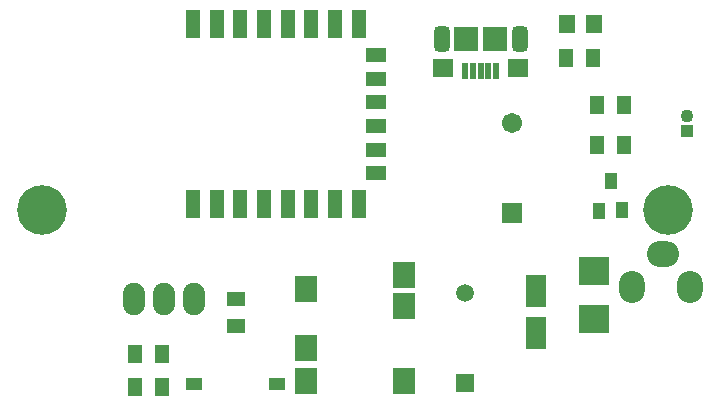
<source format=gts>
G04 Layer_Color=8388736*
%FSTAX24Y24*%
%MOIN*%
G70*
G01*
G75*
%ADD54R,0.0710X0.1104*%
%ADD55R,0.0986X0.0980*%
%ADD56R,0.0828X0.0828*%
%ADD57R,0.0197X0.0571*%
%ADD58R,0.0710X0.0631*%
%ADD59R,0.0474X0.0630*%
%ADD60R,0.0580X0.0630*%
%ADD61R,0.0415X0.0552*%
%ADD62R,0.0552X0.0395*%
%ADD63R,0.0630X0.0474*%
%ADD64R,0.0474X0.0966*%
%ADD65R,0.0671X0.0474*%
%ADD66R,0.0769X0.0867*%
%ADD67C,0.1655*%
G04:AMPARAMS|DCode=68|XSize=86.7mil|YSize=55.2mil|CornerRadius=18.2mil|HoleSize=0mil|Usage=FLASHONLY|Rotation=270.000|XOffset=0mil|YOffset=0mil|HoleType=Round|Shape=RoundedRectangle|*
%AMROUNDEDRECTD68*
21,1,0.0867,0.0189,0,0,270.0*
21,1,0.0504,0.0552,0,0,270.0*
1,1,0.0363,-0.0094,-0.0252*
1,1,0.0363,-0.0094,0.0252*
1,1,0.0363,0.0094,0.0252*
1,1,0.0363,0.0094,-0.0252*
%
%ADD68ROUNDEDRECTD68*%
%ADD69R,0.0671X0.0671*%
%ADD70C,0.0671*%
%ADD71O,0.0740X0.1080*%
%ADD72R,0.0434X0.0434*%
%ADD73C,0.0434*%
%ADD74O,0.1064X0.0867*%
%ADD75O,0.0867X0.1064*%
%ADD76C,0.0592*%
%ADD77R,0.0592X0.0592*%
D54*
X06253Y013251D02*
D03*
Y014669D02*
D03*
D55*
X06449Y01372D02*
D03*
Y01532D02*
D03*
D56*
X061172Y02306D02*
D03*
X060228D02*
D03*
D57*
X061212Y022007D02*
D03*
X060956D02*
D03*
X0607D02*
D03*
X060444D02*
D03*
X060188D02*
D03*
D58*
X06196Y022095D02*
D03*
X05944D02*
D03*
D59*
X06458Y02086D02*
D03*
X06548D02*
D03*
X06548Y01953D02*
D03*
X06458D02*
D03*
X04919Y01147D02*
D03*
X05009D02*
D03*
X04919Y01255D02*
D03*
X05009D02*
D03*
X06356Y02243D02*
D03*
X06446D02*
D03*
D60*
X06357Y02358D02*
D03*
X06447D02*
D03*
D61*
X064656Y017348D02*
D03*
X0654Y01735D02*
D03*
X06503Y018332D02*
D03*
D62*
X051162Y01155D02*
D03*
X053918D02*
D03*
D63*
X052545Y01441D02*
D03*
Y01351D02*
D03*
D64*
X056632Y023562D02*
D03*
X055844D02*
D03*
X055057D02*
D03*
X05427D02*
D03*
X053482D02*
D03*
X052695D02*
D03*
X051907D02*
D03*
X05112D02*
D03*
Y017558D02*
D03*
X051907D02*
D03*
X052695D02*
D03*
X053482D02*
D03*
X05427D02*
D03*
X055057D02*
D03*
X055844D02*
D03*
X056632D02*
D03*
D65*
X057222Y018591D02*
D03*
Y019379D02*
D03*
Y020166D02*
D03*
Y020953D02*
D03*
Y021741D02*
D03*
Y022528D02*
D03*
D66*
X054867Y014743D02*
D03*
Y012755D02*
D03*
Y011672D02*
D03*
X058155D02*
D03*
Y014172D02*
D03*
Y015196D02*
D03*
D67*
X046078Y01738D02*
D03*
X066944D02*
D03*
D68*
X061999Y02306D02*
D03*
X059401D02*
D03*
D69*
X06174Y01725D02*
D03*
D70*
X061735Y02025D02*
D03*
D71*
X051141Y0144D02*
D03*
X050141D02*
D03*
X049141D02*
D03*
D72*
X067594Y019994D02*
D03*
D73*
Y020486D02*
D03*
D74*
X066774Y015892D02*
D03*
D75*
X06575Y01479D02*
D03*
X067679D02*
D03*
D76*
X06019Y01461D02*
D03*
D77*
Y01161D02*
D03*
M02*

</source>
